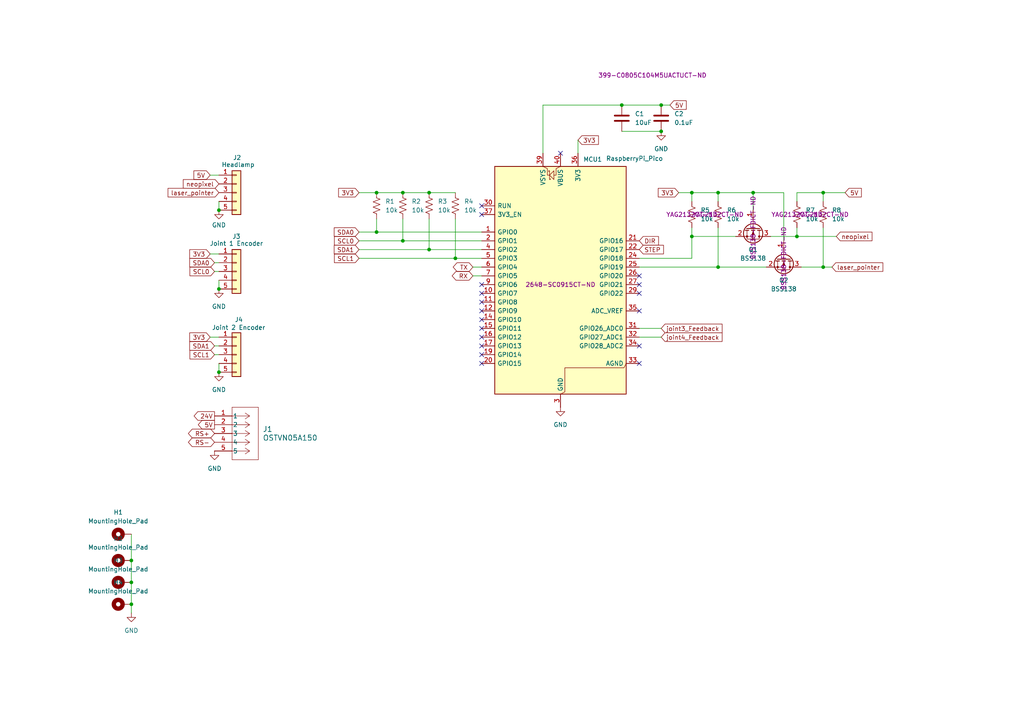
<source format=kicad_sch>
(kicad_sch (version 20250114) (generator "eeschema") (generator_version "9.0")
  (paper "A4")
  (lib_symbols
    (symbol "AlecLib:OSTVN05A150" (pin_names (offset 0.254))
      (property "Reference" "J" (at 8.89 6.35 0))
      (property "Value" "OSTVN05A150" (at 0 0 0))
      (symbol "OSTVN05A150_1_1"
        (polyline (pts (xy 5.08 2.54) (xy 5.08 -12.7)) (stroke (width 0.127)))
        (polyline (pts (xy 5.08 -12.7) (xy 12.7 -12.7)) (stroke (width 0.127)))
        (polyline (pts (xy 10.16 0) (xy 5.08 0)) (stroke (width 0.127)))
        (polyline (pts (xy 10.16 0) (xy 8.89 0.8467)) (stroke (width 0.127)))
        (polyline (pts (xy 10.16 0) (xy 8.89 -0.8467)) (stroke (width 0.127)))
        (polyline (pts (xy 10.16 -2.54) (xy 5.08 -2.54)) (stroke (width 0.127)))
        (polyline (pts (xy 10.16 -2.54) (xy 8.89 -1.6933)) (stroke (width 0.127)))
        (polyline (pts (xy 10.16 -2.54) (xy 8.89 -3.3867)) (stroke (width 0.127)))
        (polyline (pts (xy 10.16 -5.08) (xy 5.08 -5.08)) (stroke (width 0.127)))
        (polyline (pts (xy 10.16 -5.08) (xy 8.89 -4.2333)) (stroke (width 0.127)))
        (polyline (pts (xy 10.16 -5.08) (xy 8.89 -5.9267)) (stroke (width 0.127)))
        (polyline (pts (xy 10.16 -7.62) (xy 5.08 -7.62)) (stroke (width 0.127)))
        (polyline (pts (xy 10.16 -7.62) (xy 8.89 -6.7733)) (stroke (width 0.127)))
        (polyline (pts (xy 10.16 -7.62) (xy 8.89 -8.4667)) (stroke (width 0.127)))
        (polyline (pts (xy 10.16 -10.16) (xy 5.08 -10.16)) (stroke (width 0.127)))
        (polyline (pts (xy 10.16 -10.16) (xy 8.89 -9.3133)) (stroke (width 0.127)))
        (polyline (pts (xy 10.16 -10.16) (xy 8.89 -11.0067)) (stroke (width 0.127)))
        (polyline (pts (xy 12.7 2.54) (xy 5.08 2.54)) (stroke (width 0.127)))
        (polyline (pts (xy 12.7 -12.7) (xy 12.7 2.54)) (stroke (width 0.127)))
        (pin unspecified line (at 0 0 0) (length 5.08) (name "1") (number "1"))
        (pin unspecified line (at 0 -2.54 0) (length 5.08) (name "2") (number "2"))
        (pin unspecified line (at 0 -5.08 0) (length 5.08) (name "3") (number "3"))
        (pin unspecified line (at 0 -7.62 0) (length 5.08) (name "4") (number "4"))
        (pin unspecified line (at 0 -10.16 0) (length 5.08) (name "5") (number "5"))
      )
      (symbol "OSTVN05A150_1_2"
        (polyline (pts (xy 5.08 2.54) (xy 5.08 -12.7)) (stroke (width 0.127)))
        (polyline (pts (xy 5.08 -12.7) (xy 12.7 -12.7)) (stroke (width 0.127)))
        (polyline (pts (xy 7.62 0) (xy 5.08 0)) (stroke (width 0.127)))
        (polyline (pts (xy 7.62 0) (xy 8.89 0.8467)) (stroke (width 0.127)))
        (polyline (pts (xy 7.62 0) (xy 8.89 -0.8467)) (stroke (width 0.127)))
        (polyline (pts (xy 7.62 -2.54) (xy 5.08 -2.54)) (stroke (width 0.127)))
        (polyline (pts (xy 7.62 -2.54) (xy 8.89 -1.6933)) (stroke (width 0.127)))
        (polyline (pts (xy 7.62 -2.54) (xy 8.89 -3.3867)) (stroke (width 0.127)))
        (polyline (pts (xy 7.62 -5.08) (xy 5.08 -5.08)) (stroke (width 0.127)))
        (polyline (pts (xy 7.62 -5.08) (xy 8.89 -4.2333)) (stroke (width 0.127)))
        (polyline (pts (xy 7.62 -5.08) (xy 8.89 -5.9267)) (stroke (width 0.127)))
        (polyline (pts (xy 7.62 -7.62) (xy 5.08 -7.62)) (stroke (width 0.127)))
        (polyline (pts (xy 7.62 -7.62) (xy 8.89 -6.7733)) (stroke (width 0.127)))
        (polyline (pts (xy 7.62 -7.62) (xy 8.89 -8.4667)) (stroke (width 0.127)))
        (polyline (pts (xy 7.62 -10.16) (xy 5.08 -10.16)) (stroke (width 0.127)))
        (polyline (pts (xy 7.62 -10.16) (xy 8.89 -9.3133)) (stroke (width 0.127)))
        (polyline (pts (xy 7.62 -10.16) (xy 8.89 -11.0067)) (stroke (width 0.127)))
        (polyline (pts (xy 12.7 2.54) (xy 5.08 2.54)) (stroke (width 0.127)))
        (polyline (pts (xy 12.7 -12.7) (xy 12.7 2.54)) (stroke (width 0.127)))
        (pin unspecified line (at 0 0 0) (length 5.08) (name "1") (number "1"))
        (pin unspecified line (at 0 -2.54 0) (length 5.08) (name "2") (number "2"))
        (pin unspecified line (at 0 -5.08 0) (length 5.08) (name "3") (number "3"))
        (pin unspecified line (at 0 -7.62 0) (length 5.08) (name "4") (number "4"))
        (pin unspecified line (at 0 -10.16 0) (length 5.08) (name "5") (number "5"))
      )
    )
    (symbol "Connector_Generic:Conn_01x05" (pin_names (offset 1.016) (hide yes))
      (property "Reference" "J" (at 0 7.62 0))
      (property "Value" "Conn_01x05" (at 0 -7.62 0))
      (symbol "Conn_01x05_1_1"
        (rectangle (start -1.27 6.35) (end 1.27 -6.35) (stroke (width 0.254)) (fill (type background)))
        (rectangle (start -1.27 5.207) (end 0 4.953) (stroke (width 0.1524)))
        (rectangle (start -1.27 2.667) (end 0 2.413) (stroke (width 0.1524)))
        (rectangle (start -1.27 0.127) (end 0 -0.127) (stroke (width 0.1524)))
        (rectangle (start -1.27 -2.413) (end 0 -2.667) (stroke (width 0.1524)))
        (rectangle (start -1.27 -4.953) (end 0 -5.207) (stroke (width 0.1524)))
        (pin passive line (at -5.08 5.08 0) (length 3.81) (name "Pin_1") (number "1"))
        (pin passive line (at -5.08 2.54 0) (length 3.81) (name "Pin_2") (number "2"))
        (pin passive line (at -5.08 0 0) (length 3.81) (name "Pin_3") (number "3"))
        (pin passive line (at -5.08 -2.54 0) (length 3.81) (name "Pin_4") (number "4"))
        (pin passive line (at -5.08 -5.08 0) (length 3.81) (name "Pin_5") (number "5"))
      )
    )
    (symbol "Device:C" (pin_numbers (hide yes)) (pin_names (offset 0.254))
      (property "Reference" "C" (at 0.635 2.54 0))
      (property "Value" "C" (at 0.635 -2.54 0))
      (symbol "C_0_1"
        (polyline (pts (xy -2.032 0.762) (xy 2.032 0.762)) (stroke (width 0.508)))
        (polyline (pts (xy -2.032 -0.762) (xy 2.032 -0.762)) (stroke (width 0.508)))
      )
      (symbol "C_1_1"
        (pin passive line (at 0 3.81 270) (length 2.794) (name "~") (number "1"))
        (pin passive line (at 0 -3.81 90) (length 2.794) (name "~") (number "2"))
      )
    )
    (symbol "Device:R_US" (pin_numbers (hide yes)) (pin_names (offset 0))
      (property "Reference" "R" (at 2.54 0 90))
      (property "Value" "R_US" (at -2.54 0 90))
      (symbol "R_US_0_1"
        (polyline (pts (xy 0 2.286) (xy 0 2.54)))
        (polyline (pts (xy 0 2.286) (xy 1.016 1.905) (xy 0 1.524) (xy -1.016 1.143) (xy 0 0.762)))
        (polyline (pts (xy 0 0.762) (xy 1.016 0.381) (xy 0 0) (xy -1.016 -0.381) (xy 0 -0.762)))
        (polyline (pts (xy 0 -0.762) (xy 1.016 -1.143) (xy 0 -1.524) (xy -1.016 -1.905) (xy 0 -2.286)))
        (polyline (pts (xy 0 -2.286) (xy 0 -2.54)))
      )
      (symbol "R_US_1_1"
        (pin passive line (at 0 3.81 270) (length 1.27) (name "~") (number "1"))
        (pin passive line (at 0 -3.81 90) (length 1.27) (name "~") (number "2"))
      )
    )
    (symbol "MCU_Module:RaspberryPi_Pico" (pin_names (offset 0.762))
      (property "Reference" "A" (at -19.05 35.56 0))
      (property "Value" "RaspberryPi_Pico" (at 7.62 35.56 0))
      (symbol "RaspberryPi_Pico_0_1"
        (rectangle (start -19.05 34.29) (end 19.05 -31.75) (stroke (width 0.254)) (fill (type background)))
        (polyline (pts (xy -5.08 34.29) (xy -3.81 33.655) (xy -3.81 31.75) (xy -3.175 31.75)))
        (polyline (pts (xy -3.429 32.766) (xy -3.429 33.02) (xy -3.175 33.02) (xy -3.175 30.48) (xy -2.921 30.48) (xy -2.921 30.734)))
        (polyline (pts (xy -3.175 31.75) (xy -1.905 33.02) (xy -1.905 30.48) (xy -3.175 31.75)))
        (polyline (pts (xy 0 34.29) (xy -1.27 33.655) (xy -1.27 31.75) (xy -1.905 31.75)))
        (polyline (pts (xy 0 -31.75) (xy 1.27 -31.115) (xy 1.27 -24.13) (xy 18.415 -24.13) (xy 19.05 -22.86)))
      )
      (symbol "RaspberryPi_Pico_1_1"
        (pin passive line (at -22.86 22.86 0) (length 3.81) (name "RUN") (number "30"))
        (pin passive line (at -22.86 20.32 0) (length 3.81) (name "3V3_EN") (number "37"))
        (pin bidirectional line (at -22.86 15.24 0) (length 3.81) (name "GPIO0") (number "1"))
        (pin bidirectional line (at -22.86 12.7 0) (length 3.81) (name "GPIO1") (number "2"))
        (pin bidirectional line (at -22.86 10.16 0) (length 3.81) (name "GPIO2") (number "4"))
        (pin bidirectional line (at -22.86 7.62 0) (length 3.81) (name "GPIO3") (number "5"))
        (pin bidirectional line (at -22.86 5.08 0) (length 3.81) (name "GPIO4") (number "6"))
        (pin bidirectional line (at -22.86 2.54 0) (length 3.81) (name "GPIO5") (number "7"))
        (pin bidirectional line (at -22.86 0 0) (length 3.81) (name "GPIO6") (number "9"))
        (pin bidirectional line (at -22.86 -2.54 0) (length 3.81) (name "GPIO7") (number "10"))
        (pin bidirectional line (at -22.86 -5.08 0) (length 3.81) (name "GPIO8") (number "11"))
        (pin bidirectional line (at -22.86 -7.62 0) (length 3.81) (name "GPIO9") (number "12"))
        (pin bidirectional line (at -22.86 -10.16 0) (length 3.81) (name "GPIO10") (number "14"))
        (pin bidirectional line (at -22.86 -12.7 0) (length 3.81) (name "GPIO11") (number "15"))
        (pin bidirectional line (at -22.86 -15.24 0) (length 3.81) (name "GPIO12") (number "16"))
        (pin bidirectional line (at -22.86 -17.78 0) (length 3.81) (name "GPIO13") (number "17"))
        (pin bidirectional line (at -22.86 -20.32 0) (length 3.81) (name "GPIO14") (number "19"))
        (pin bidirectional line (at -22.86 -22.86 0) (length 3.81) (name "GPIO15") (number "20"))
        (pin power_in line (at -5.08 38.1 270) (length 3.81) (name "VSYS") (number "39"))
        (pin power_out line (at 0 38.1 270) (length 3.81) (name "VBUS") (number "40"))
        (pin passive line (at 0 -35.56 90) (length 3.81) (hide yes) (name "GND") (number "13"))
        (pin passive line (at 0 -35.56 90) (length 3.81) (hide yes) (name "GND") (number "18"))
        (pin passive line (at 0 -35.56 90) (length 3.81) (hide yes) (name "GND") (number "23"))
        (pin passive line (at 0 -35.56 90) (length 3.81) (hide yes) (name "GND") (number "28"))
        (pin power_out line (at 0 -35.56 90) (length 3.81) (name "GND") (number "3"))
        (pin passive line (at 0 -35.56 90) (length 3.81) (hide yes) (name "GND") (number "38"))
        (pin passive line (at 0 -35.56 90) (length 3.81) (hide yes) (name "GND") (number "8"))
        (pin power_out line (at 5.08 38.1 270) (length 3.81) (name "3V3") (number "36"))
        (pin bidirectional line (at 22.86 12.7 180) (length 3.81) (name "GPIO16") (number "21"))
        (pin bidirectional line (at 22.86 10.16 180) (length 3.81) (name "GPIO17") (number "22"))
        (pin bidirectional line (at 22.86 7.62 180) (length 3.81) (name "GPIO18") (number "24"))
        (pin bidirectional line (at 22.86 5.08 180) (length 3.81) (name "GPIO19") (number "25"))
        (pin bidirectional line (at 22.86 2.54 180) (length 3.81) (name "GPIO20") (number "26"))
        (pin bidirectional line (at 22.86 0 180) (length 3.81) (name "GPIO21") (number "27"))
        (pin bidirectional line (at 22.86 -2.54 180) (length 3.81) (name "GPIO22") (number "29"))
        (pin power_in line (at 22.86 -7.62 180) (length 3.81) (name "ADC_VREF") (number "35"))
        (pin bidirectional line (at 22.86 -12.7 180) (length 3.81) (name "GPIO26_ADC0") (number "31"))
        (pin bidirectional line (at 22.86 -15.24 180) (length 3.81) (name "GPIO27_ADC1") (number "32"))
        (pin bidirectional line (at 22.86 -17.78 180) (length 3.81) (name "GPIO28_ADC2") (number "34"))
        (pin power_out line (at 22.86 -22.86 180) (length 3.81) (name "AGND") (number "33"))
      )
    )
    (symbol "Mechanical:MountingHole_Pad" (pin_numbers (hide yes)) (pin_names (offset 1.016) (hide yes)) (exclude_from_sim yes) (in_bom no)
      (property "Reference" "H" (at 0 6.35 0))
      (property "Value" "MountingHole_Pad" (at 0 4.445 0))
      (symbol "MountingHole_Pad_0_1"
        (circle (center 0 1.27) (radius 1.27) (stroke (width 1.27)))
      )
      (symbol "MountingHole_Pad_1_1"
        (pin input line (at 0 -2.54 90) (length 2.54) (name "1") (number "1"))
      )
    )
    (symbol "Transistor_FET:BSS138" (pin_names (hide yes))
      (property "Reference" "Q" (at 5.08 1.905 0))
      (property "Value" "BSS138" (at 5.08 0 0))
      (symbol "BSS138_0_1"
        (polyline (pts (xy 0.254 1.905) (xy 0.254 -1.905)) (stroke (width 0.254)))
        (polyline (pts (xy 0.254 0) (xy -2.54 0)))
        (polyline (pts (xy 0.762 2.286) (xy 0.762 1.27)) (stroke (width 0.254)))
        (polyline (pts (xy 0.762 0.508) (xy 0.762 -0.508)) (stroke (width 0.254)))
        (polyline (pts (xy 0.762 -1.27) (xy 0.762 -2.286)) (stroke (width 0.254)))
        (polyline (pts (xy 0.762 -1.778) (xy 3.302 -1.778) (xy 3.302 1.778) (xy 0.762 1.778)))
        (polyline (pts (xy 1.016 0) (xy 2.032 0.381) (xy 2.032 -0.381) (xy 1.016 0)) (fill (type outline)))
        (circle (center 1.651 0) (radius 2.794) (stroke (width 0.254)))
        (polyline (pts (xy 2.54 2.54) (xy 2.54 1.778)))
        (circle (center 2.54 1.778) (radius 0.254) (fill (type outline)))
        (circle (center 2.54 -1.778) (radius 0.254) (fill (type outline)))
        (polyline (pts (xy 2.54 -2.54) (xy 2.54 0) (xy 0.762 0)))
        (polyline (pts (xy 2.794 0.508) (xy 2.921 0.381) (xy 3.683 0.381) (xy 3.81 0.254)))
        (polyline (pts (xy 3.302 0.381) (xy 2.921 -0.254) (xy 3.683 -0.254) (xy 3.302 0.381)))
      )
      (symbol "BSS138_1_1"
        (pin input line (at -5.08 0 0) (length 2.54) (name "G") (number "1"))
        (pin passive line (at 2.54 5.08 270) (length 2.54) (name "D") (number "3"))
        (pin passive line (at 2.54 -5.08 90) (length 2.54) (name "S") (number "2"))
      )
    )
    (symbol "power:GND" (power) (pin_numbers (hide yes)) (pin_names (offset 0) (hide yes))
      (property "Value" "GND" (at 0 -3.81 0))
      (symbol "GND_0_1"
        (polyline (pts (xy 0 0) (xy 0 -1.27) (xy 1.27 -1.27) (xy 0 -2.54) (xy -1.27 -1.27) (xy 0 -1.27)))
      )
      (symbol "GND_1_1"
        (pin power_in line (at 0 0 270) (length 0) (name "~") (number "1"))
      )
    )
  )
  (junction (at 180.34 30.48))
  (junction (at 238.76 55.88))
  (junction (at 132.08 74.93))
  (junction (at 109.22 55.88))
  (junction (at 200.66 55.88))
  (junction (at 238.76 77.47))
  (junction (at 109.22 67.31))
  (junction (at 191.77 30.48))
  (junction (at 218.44 55.88))
  (junction (at 116.84 69.85))
  (junction (at 208.28 77.47))
  (junction (at 208.28 55.88))
  (junction (at 38.1 162.56))
  (junction (at 124.46 72.39))
  (junction (at 116.84 55.88))
  (junction (at 38.1 168.91))
  (junction (at 191.77 38.1))
  (junction (at 63.5 83.82))
  (junction (at 124.46 55.88))
  (junction (at 63.5 60.96))
  (junction (at 231.14 68.58))
  (junction (at 38.1 175.26))
  (junction (at 200.66 68.58))
  (junction (at 63.5 107.95))
  (no_connect (at 139.7 95.25))
  (no_connect (at 139.7 87.63))
  (no_connect (at 185.42 105.41))
  (no_connect (at 185.42 85.09))
  (no_connect (at 139.7 105.41))
  (no_connect (at 139.7 102.87))
  (no_connect (at 139.7 62.23))
  (no_connect (at 139.7 85.09))
  (no_connect (at 185.42 82.55))
  (no_connect (at 185.42 80.01))
  (no_connect (at 139.7 90.17))
  (no_connect (at 139.7 82.55))
  (no_connect (at 162.56 44.45))
  (no_connect (at 139.7 97.79))
  (no_connect (at 139.7 59.69))
  (no_connect (at 139.7 92.71))
  (no_connect (at 185.42 90.17))
  (no_connect (at 139.7 100.33))
  (no_connect (at 185.42 100.33))
  (wire (pts (xy 208.28 55.88) (xy 218.44 55.88)))
  (wire (pts (xy 132.08 74.93) (xy 139.7 74.93)))
  (wire (pts (xy 200.66 74.93) (xy 185.42 74.93)))
  (wire (pts (xy 104.14 72.39) (xy 124.46 72.39)))
  (wire (pts (xy 38.1 175.26) (xy 38.1 168.91)))
  (wire (pts (xy 231.14 66.04) (xy 231.14 68.58)))
  (wire (pts (xy 109.22 67.31) (xy 139.7 67.31)))
  (wire (pts (xy 157.48 30.48) (xy 157.48 44.45)))
  (wire (pts (xy 137.16 77.47) (xy 139.7 77.47)))
  (wire (pts (xy 200.66 68.58) (xy 200.66 74.93)))
  (wire (pts (xy 200.66 55.88) (xy 208.28 55.88)))
  (wire (pts (xy 38.1 162.56) (xy 38.1 154.94)))
  (wire (pts (xy 218.44 55.88) (xy 227.33 55.88)))
  (wire (pts (xy 63.5 73.66) (xy 60.96 73.66)))
  (wire (pts (xy 208.28 77.47) (xy 222.25 77.47)))
  (wire (pts (xy 238.76 55.88) (xy 245.11 55.88)))
  (wire (pts (xy 62.23 100.33) (xy 63.5 100.33)))
  (wire (pts (xy 191.77 97.79) (xy 185.42 97.79)))
  (wire (pts (xy 63.5 83.82) (xy 63.5 81.28)))
  (wire (pts (xy 62.23 102.87) (xy 63.5 102.87)))
  (wire (pts (xy 218.44 55.88) (xy 218.44 60.96)))
  (wire (pts (xy 200.66 55.88) (xy 200.66 58.42)))
  (wire (pts (xy 231.14 68.58) (xy 242.57 68.58)))
  (wire (pts (xy 63.5 58.42) (xy 63.5 60.96)))
  (wire (pts (xy 194.31 30.48) (xy 191.77 30.48)))
  (wire (pts (xy 167.64 40.64) (xy 167.64 44.45)))
  (wire (pts (xy 238.76 77.47) (xy 232.41 77.47)))
  (wire (pts (xy 180.34 38.1) (xy 191.77 38.1)))
  (wire (pts (xy 238.76 77.47) (xy 241.3 77.47)))
  (wire (pts (xy 104.14 67.31) (xy 109.22 67.31)))
  (wire (pts (xy 109.22 55.88) (xy 116.84 55.88)))
  (wire (pts (xy 38.1 177.8) (xy 38.1 175.26)))
  (wire (pts (xy 124.46 63.5) (xy 124.46 72.39)))
  (wire (pts (xy 208.28 66.04) (xy 208.28 77.47)))
  (wire (pts (xy 109.22 63.5) (xy 109.22 67.31)))
  (wire (pts (xy 124.46 55.88) (xy 132.08 55.88)))
  (wire (pts (xy 238.76 55.88) (xy 231.14 55.88)))
  (wire (pts (xy 60.96 97.79) (xy 63.5 97.79)))
  (wire (pts (xy 200.66 68.58) (xy 213.36 68.58)))
  (wire (pts (xy 185.42 77.47) (xy 208.28 77.47)))
  (wire (pts (xy 63.5 105.41) (xy 63.5 107.95)))
  (wire (pts (xy 227.33 69.85) (xy 227.33 55.88)))
  (wire (pts (xy 208.28 55.88) (xy 208.28 58.42)))
  (wire (pts (xy 124.46 72.39) (xy 139.7 72.39)))
  (wire (pts (xy 116.84 55.88) (xy 124.46 55.88)))
  (wire (pts (xy 63.5 76.2) (xy 62.23 76.2)))
  (wire (pts (xy 63.5 78.74) (xy 62.23 78.74)))
  (wire (pts (xy 200.66 66.04) (xy 200.66 68.58)))
  (wire (pts (xy 104.14 69.85) (xy 116.84 69.85)))
  (wire (pts (xy 116.84 69.85) (xy 139.7 69.85)))
  (wire (pts (xy 104.14 55.88) (xy 109.22 55.88)))
  (wire (pts (xy 238.76 55.88) (xy 238.76 58.42)))
  (wire (pts (xy 116.84 63.5) (xy 116.84 69.85)))
  (wire (pts (xy 132.08 63.5) (xy 132.08 74.93)))
  (wire (pts (xy 191.77 30.48) (xy 180.34 30.48)))
  (wire (pts (xy 137.16 80.01) (xy 139.7 80.01)))
  (wire (pts (xy 196.85 55.88) (xy 200.66 55.88)))
  (wire (pts (xy 238.76 66.04) (xy 238.76 77.47)))
  (wire (pts (xy 231.14 68.58) (xy 223.52 68.58)))
  (wire (pts (xy 231.14 55.88) (xy 231.14 58.42)))
  (wire (pts (xy 104.14 74.93) (xy 132.08 74.93)))
  (wire (pts (xy 157.48 30.48) (xy 180.34 30.48)))
  (wire (pts (xy 38.1 168.91) (xy 38.1 162.56)))
  (wire (pts (xy 60.96 50.8) (xy 63.5 50.8)))
  (wire (pts (xy 191.77 95.25) (xy 185.42 95.25)))
  (global_label "joint3_Feedback" (shape input) (at 191.77 95.25 0) (property "Intersheetrefs" "${INTERSHEET_REFS}" (effects (hide yes))))
  (global_label "SDA1" (shape input) (at 62.23 100.33 180) (property "Intersheetrefs" "${INTERSHEET_REFS}" (effects (hide yes))))
  (global_label "5V" (shape input) (at 194.31 30.48 0) (property "Intersheetrefs" "${INTERSHEET_REFS}" (effects (hide yes))))
  (global_label "5V" (shape input) (at 60.96 50.8 180) (property "Intersheetrefs" "${INTERSHEET_REFS}" (effects (hide yes))))
  (global_label "5V" (shape input) (at 245.11 55.88 0) (property "Intersheetrefs" "${INTERSHEET_REFS}" (effects (hide yes))))
  (global_label "DIR" (shape input) (at 185.42 69.85 0) (property "Intersheetrefs" "${INTERSHEET_REFS}" (effects (hide yes))))
  (global_label "SCL0" (shape input) (at 62.23 78.74 180) (property "Intersheetrefs" "${INTERSHEET_REFS}" (effects (hide yes))))
  (global_label "3V3" (shape input) (at 60.96 97.79 180) (property "Intersheetrefs" "${INTERSHEET_REFS}" (effects (hide yes))))
  (global_label "3V3" (shape input) (at 196.85 55.88 180) (property "Intersheetrefs" "${INTERSHEET_REFS}" (effects (hide yes))))
  (global_label "24V" (shape output) (at 62.23 120.65 180) (property "Intersheetrefs" "${INTERSHEET_REFS}" (effects (hide yes))))
  (global_label "neopixel" (shape input) (at 63.5 53.34 180) (property "Intersheetrefs" "${INTERSHEET_REFS}" (effects (hide yes))))
  (global_label "5V" (shape output) (at 62.23 123.19 180) (property "Intersheetrefs" "${INTERSHEET_REFS}" (effects (hide yes))))
  (global_label "TX" (shape bidirectional) (at 137.16 77.47 180) (property "Intersheetrefs" "${INTERSHEET_REFS}" (effects (hide yes))))
  (global_label "RS+" (shape bidirectional) (at 62.23 125.73 180) (property "Intersheetrefs" "${INTERSHEET_REFS}" (effects (hide yes))))
  (global_label "3V3" (shape input) (at 60.96 73.66 180) (property "Intersheetrefs" "${INTERSHEET_REFS}" (effects (hide yes))))
  (global_label "laser_pointer" (shape input) (at 63.5 55.88 180) (property "Intersheetrefs" "${INTERSHEET_REFS}" (effects (hide yes))))
  (global_label "RS-" (shape bidirectional) (at 62.23 128.27 180) (property "Intersheetrefs" "${INTERSHEET_REFS}" (effects (hide yes))))
  (global_label "SCL1" (shape input) (at 104.14 74.93 180) (property "Intersheetrefs" "${INTERSHEET_REFS}" (effects (hide yes))))
  (global_label "joint4_Feedback" (shape input) (at 191.77 97.79 0) (property "Intersheetrefs" "${INTERSHEET_REFS}" (effects (hide yes))))
  (global_label "RX" (shape bidirectional) (at 137.16 80.01 180) (property "Intersheetrefs" "${INTERSHEET_REFS}" (effects (hide yes))))
  (global_label "SDA1" (shape input) (at 104.14 72.39 180) (property "Intersheetrefs" "${INTERSHEET_REFS}" (effects (hide yes))))
  (global_label "laser_pointer" (shape input) (at 241.3 77.47 0) (property "Intersheetrefs" "${INTERSHEET_REFS}" (effects (hide yes))))
  (global_label "SCL1" (shape input) (at 62.23 102.87 180) (property "Intersheetrefs" "${INTERSHEET_REFS}" (effects (hide yes))))
  (global_label "SDA0" (shape input) (at 62.23 76.2 180) (property "Intersheetrefs" "${INTERSHEET_REFS}" (effects (hide yes))))
  (global_label "neopixel" (shape input) (at 242.57 68.58 0) (property "Intersheetrefs" "${INTERSHEET_REFS}" (effects (hide yes))))
  (global_label "3V3" (shape input) (at 104.14 55.88 180) (property "Intersheetrefs" "${INTERSHEET_REFS}" (effects (hide yes))))
  (global_label "3V3" (shape input) (at 167.64 40.64 0) (property "Intersheetrefs" "${INTERSHEET_REFS}" (effects (hide yes))))
  (global_label "STEP" (shape input) (at 185.42 72.39 0) (property "Intersheetrefs" "${INTERSHEET_REFS}" (effects (hide yes))))
  (global_label "SDA0" (shape input) (at 104.14 67.31 180) (property "Intersheetrefs" "${INTERSHEET_REFS}" (effects (hide yes))))
  (global_label "SCL0" (shape input) (at 104.14 69.85 180) (property "Intersheetrefs" "${INTERSHEET_REFS}" (effects (hide yes))))
  (symbol (lib_id "Device:R_US") (at 132.08 59.69 0) (unit 1)
    (property "Reference" "R4" (at 134.62 58.4199 0) (effects (justify left)))
    (property "Value" "10k" (at 134.62 60.9599 0) (effects (justify left)))
    (property "Footprint" "Resistor_SMD:R_0805_2012Metric" (effects (hide yes)))
    (property "Description" "Resistor, US symbol" (effects (hide yes)))
    (property "Digikey Part Number" "YAG2132CT-ND" (effects (hide yes)))
  )
  (symbol (lib_id "Device:R_US") (at 124.46 59.69 0) (unit 1)
    (property "Reference" "R3" (at 127 58.4199 0) (effects (justify left)))
    (property "Value" "10k" (at 127 60.9599 0) (effects (justify left)))
    (property "Footprint" "Resistor_SMD:R_0805_2012Metric" (effects (hide yes)))
    (property "Description" "Resistor, US symbol" (effects (hide yes)))
    (property "Digikey Part Number" "YAG2132CT-ND" (effects (hide yes)))
  )
  (symbol (lib_id "power:GND") (at 63.5 60.96 0) (unit 1)
    (property "Reference" "#PWR03" (effects (hide yes)))
    (property "Value" "GND" (at 63.5 65.278 0))
    (property "Description" "Power symbol creates a global label with name \"GND\" , ground" (effects (hide yes)))
  )
  (symbol (lib_id "Mechanical:MountingHole_Pad") (at 35.56 175.26 90) (unit 1) (exclude_from_sim yes) (in_bom no)
    (property "Reference" "H4" (at 34.29 168.91 90))
    (property "Value" "MountingHole_Pad" (at 34.29 171.45 90))
    (property "Footprint" "MountingHole:MountingHole_3.2mm_M3_DIN965_Pad_TopBottom" (effects (hide yes)))
    (property "Description" "Mounting Hole with connection" (effects (hide yes)))
  )
  (symbol (lib_id "power:GND") (at 63.5 83.82 0) (unit 1)
    (property "Reference" "#PWR04" (effects (hide yes)))
    (property "Value" "GND" (at 63.5 88.9 0))
    (property "Description" "Power symbol creates a global label with name \"GND\" , ground" (effects (hide yes)))
  )
  (symbol (lib_id "MCU_Module:RaspberryPi_Pico") (at 162.56 82.55 0) (unit 1)
    (property "Reference" "MCU1" (at 169.164 46.228 0) (effects (justify left)))
    (property "Value" "RaspberryPi_Pico" (at 175.768 45.974 0) (effects (justify left)))
    (property "Footprint" "Module:RaspberryPi_Pico_Common_Unspecified" (effects (hide yes)))
    (property "Datasheet" "https://datasheets.raspberrypi.com/pico/pico-datasheet.pdf" (effects (hide yes)))
    (property "Description" "Versatile and inexpensive microcontroller module powered by RP2040 dual-core Arm Cortex-M0+ processor up to 133 MHz, 264kB SRAM, 2MB QSPI flash; also supports Raspberry Pi Pico 2" (effects (hide yes)))
    (property "Digikey Part Number" "2648-SC0915CT-ND" (at 162.56 82.55 0))
  )
  (symbol (lib_id "Device:R_US") (at 116.84 59.69 0) (unit 1)
    (property "Reference" "R2" (at 119.38 58.4199 0) (effects (justify left)))
    (property "Value" "10k" (at 119.38 60.9599 0) (effects (justify left)))
    (property "Footprint" "Resistor_SMD:R_0805_2012Metric" (effects (hide yes)))
    (property "Description" "Resistor, US symbol" (effects (hide yes)))
    (property "Digikey Part Number" "YAG2132CT-ND" (effects (hide yes)))
  )
  (symbol (lib_id "power:GND") (at 38.1 177.8 0) (unit 1)
    (property "Reference" "#PWR01" (effects (hide yes)))
    (property "Value" "GND" (at 38.1 182.88 0))
    (property "Description" "Power symbol creates a global label with name \"GND\" , ground" (effects (hide yes)))
  )
  (symbol (lib_id "Device:R_US") (at 231.14 62.23 0) (unit 1)
    (property "Reference" "R7" (at 233.68 60.9599 0) (effects (justify left)))
    (property "Value" "10k" (at 233.68 63.4999 0) (effects (justify left)))
    (property "Footprint" "Resistor_SMD:R_0805_2012Metric" (effects (hide yes)))
    (property "Description" "Resistor, US symbol" (effects (hide yes)))
    (property "Digikey Part Number" "YAG2132CT-ND" (at 231.14 62.23 0))
  )
  (symbol (lib_id "Device:R_US") (at 200.66 62.23 0) (unit 1)
    (property "Reference" "R5" (at 203.2 60.9599 0) (effects (justify left)))
    (property "Value" "10k" (at 203.2 63.4999 0) (effects (justify left)))
    (property "Footprint" "Resistor_SMD:R_0805_2012Metric" (effects (hide yes)))
    (property "Description" "Resistor, US symbol" (effects (hide yes)))
    (property "Digikey Part Number" "YAG2132CT-ND" (at 200.66 62.23 0))
  )
  (symbol (lib_id "Device:R_US") (at 238.76 62.23 0) (unit 1)
    (property "Reference" "R8" (at 241.3 60.9599 0) (effects (justify left)))
    (property "Value" "10k" (at 241.3 63.4999 0) (effects (justify left)))
    (property "Footprint" "Resistor_SMD:R_0805_2012Metric" (effects (hide yes)))
    (property "Description" "Resistor, US symbol" (effects (hide yes)))
    (property "Digikey Part Number" "YAG2132CT-ND" (at 238.76 62.23 0))
  )
  (symbol (lib_id "Transistor_FET:BSS138") (at 218.44 66.04 270) (unit 1)
    (property "Reference" "Q1" (at 218.44 72.39 90))
    (property "Value" "BSS138" (at 218.44 74.93 90))
    (property "Footprint" "Package_TO_SOT_SMD:SOT-23-3" (effects (hide yes)))
    (property "Datasheet" "https://www.onsemi.com/pub/Collateral/BSS138-D.PDF" (effects (hide yes)))
    (property "Description" "50V Vds, 0.22A Id, N-Channel MOSFET, SOT-23" (effects (hide yes)))
    (property "Digikey Part Number" "BSS138-FDICT-ND" (at 218.44 66.04 0))
  )
  (symbol (lib_id "power:GND") (at 63.5 107.95 0) (unit 1)
    (property "Reference" "#PWR05" (effects (hide yes)))
    (property "Value" "GND" (at 63.5 113.03 0))
    (property "Description" "Power symbol creates a global label with name \"GND\" , ground" (effects (hide yes)))
  )
  (symbol (lib_id "Device:C") (at 180.34 34.29 0) (unit 1)
    (property "Reference" "C1" (at 184.15 33.0199 0) (effects (justify left)))
    (property "Value" "10uF" (at 184.15 35.5599 0) (effects (justify left)))
    (property "Footprint" "Capacitor_SMD:C_0805_2012Metric" (effects (hide yes)))
    (property "Description" "Unpolarized capacitor" (effects (hide yes)))
    (property "Digikey Part Number" "399-C0805C106K4PACTUCT-ND" (effects (hide yes)))
  )
  (symbol (lib_id "Mechanical:MountingHole_Pad") (at 35.56 162.56 90) (unit 1) (exclude_from_sim yes) (in_bom no)
    (property "Reference" "H2" (at 34.29 156.21 90))
    (property "Value" "MountingHole_Pad" (at 34.29 158.75 90))
    (property "Footprint" "MountingHole:MountingHole_3.2mm_M3_DIN965_Pad_TopBottom" (effects (hide yes)))
    (property "Description" "Mounting Hole with connection" (effects (hide yes)))
  )
  (symbol (lib_id "AlecLib:OSTVN05A150") (at 62.23 120.65 0) (unit 1)
    (property "Reference" "J1" (at 76.2 124.4599 0) (effects (font (size 1.524 1.524)) (justify left)))
    (property "Value" "OSTVN05A150" (at 76.2 126.9999 0) (effects (font (size 1.524 1.524)) (justify left)))
    (property "Footprint" "Alec_lib:CONN5_516x256_OST" (effects (hide yes)))
    (property "Datasheet" "OSTVN05A150" (effects (hide yes)))
    (property "Link" "https://www.digikey.com/en/products/detail/on-shore-technology-inc/OSTVN05A150/1588865" (effects (hide yes)))
    (property "Digikey Part Number" "ED10564-ND" (effects (hide yes)))
  )
  (symbol (lib_id "Device:R_US") (at 208.28 62.23 0) (unit 1)
    (property "Reference" "R6" (at 210.82 60.9599 0) (effects (justify left)))
    (property "Value" "10k" (at 210.82 63.4999 0) (effects (justify left)))
    (property "Footprint" "Resistor_SMD:R_0805_2012Metric" (effects (hide yes)))
    (property "Description" "Resistor, US symbol" (effects (hide yes)))
    (property "Digikey Part Number" "YAG2132CT-ND" (at 208.28 62.23 0))
  )
  (symbol (lib_id "Connector_Generic:Conn_01x05") (at 68.58 55.88 0) (unit 1)
    (property "Reference" "J2" (at 67.564 45.72 0) (effects (justify left)))
    (property "Value" "Headlamp" (at 64.262 47.752 0) (effects (justify left)))
    (property "Footprint" "Connector_PinSocket_2.54mm:PinSocket_1x05_P2.54mm_Vertical" (effects (hide yes)))
    (property "Description" "Generic connector, single row, 01x05, script generated (kicad-library-utils/schlib/autogen/connector/)" (effects (hide yes)))
  )
  (symbol (lib_id "power:GND") (at 162.56 118.11 0) (unit 1)
    (property "Reference" "#PWR06" (effects (hide yes)))
    (property "Value" "GND" (at 162.56 123.19 0))
    (property "Description" "Power symbol creates a global label with name \"GND\" , ground" (effects (hide yes)))
  )
  (symbol (lib_id "power:GND") (at 191.77 38.1 0) (unit 1)
    (property "Reference" "#PWR07" (effects (hide yes)))
    (property "Value" "GND" (at 191.77 43.18 0))
    (property "Description" "Power symbol creates a global label with name \"GND\" , ground" (effects (hide yes)))
  )
  (symbol (lib_id "Transistor_FET:BSS138") (at 227.33 74.93 270) (unit 1)
    (property "Reference" "Q2" (at 227.33 81.28 90))
    (property "Value" "BSS138" (at 227.33 83.82 90))
    (property "Footprint" "Package_TO_SOT_SMD:SOT-23-3" (effects (hide yes)))
    (property "Datasheet" "https://www.onsemi.com/pub/Collateral/BSS138-D.PDF" (effects (hide yes)))
    (property "Description" "50V Vds, 0.22A Id, N-Channel MOSFET, SOT-23" (effects (hide yes)))
    (property "Digikey Part Number" "BSS138-FDICT-ND" (at 227.33 74.93 0))
  )
  (symbol (lib_id "Connector_Generic:Conn_01x05") (at 68.58 102.87 0) (unit 1)
    (property "Reference" "J4" (at 68.072 92.71 0) (effects (justify left)))
    (property "Value" "Joint 2 Encoder" (at 61.468 94.996 0) (effects (justify left)))
    (property "Footprint" "Connector_PinSocket_2.54mm:PinSocket_1x05_P2.54mm_Vertical" (effects (hide yes)))
    (property "Description" "Generic connector, single row, 01x05, script generated (kicad-library-utils/schlib/autogen/connector/)" (effects (hide yes)))
  )
  (symbol (lib_id "Mechanical:MountingHole_Pad") (at 35.56 168.91 90) (unit 1) (exclude_from_sim yes) (in_bom no)
    (property "Reference" "H3" (at 34.29 162.56 90))
    (property "Value" "MountingHole_Pad" (at 34.29 165.1 90))
    (property "Footprint" "MountingHole:MountingHole_3.2mm_M3_DIN965_Pad_TopBottom" (effects (hide yes)))
    (property "Description" "Mounting Hole with connection" (effects (hide yes)))
  )
  (symbol (lib_id "Device:C") (at 191.77 34.29 0) (unit 1)
    (property "Reference" "C2" (at 195.58 33.0199 0) (effects (justify left)))
    (property "Value" "0.1uF" (at 195.58 35.5599 0) (effects (justify left)))
    (property "Footprint" "Capacitor_SMD:C_0805_2012Metric" (effects (hide yes)))
    (property "Description" "Unpolarized capacitor" (effects (hide yes)))
    (property "Digikey Part Number" "399-C0805C104M5UACTUCT-ND" (at 189.23 21.844 0))
  )
  (symbol (lib_id "Device:R_US") (at 109.22 59.69 0) (unit 1)
    (property "Reference" "R1" (at 111.76 58.4199 0) (effects (justify left)))
    (property "Value" "10k" (at 111.76 60.9599 0) (effects (justify left)))
    (property "Footprint" "Resistor_SMD:R_0805_2012Metric" (effects (hide yes)))
    (property "Description" "Resistor, US symbol" (effects (hide yes)))
    (property "Digikey Part Number" "YAG2132CT-ND" (effects (hide yes)))
  )
  (symbol (lib_id "Connector_Generic:Conn_01x05") (at 68.58 78.74 0) (unit 1)
    (property "Reference" "J3" (at 68.58 68.58 0))
    (property "Value" "Joint 1 Encoder" (at 68.58 70.612 0))
    (property "Footprint" "Connector_PinSocket_2.54mm:PinSocket_1x05_P2.54mm_Vertical" (effects (hide yes)))
    (property "Description" "Generic connector, single row, 01x05, script generated (kicad-library-utils/schlib/autogen/connector/)" (effects (hide yes)))
  )
  (symbol (lib_id "Mechanical:MountingHole_Pad") (at 35.56 154.94 90) (unit 1) (exclude_from_sim yes) (in_bom no)
    (property "Reference" "H1" (at 34.29 148.59 90))
    (property "Value" "MountingHole_Pad" (at 34.29 151.13 90))
    (property "Footprint" "MountingHole:MountingHole_3.2mm_M3_DIN965_Pad_TopBottom" (effects (hide yes)))
    (property "Description" "Mounting Hole with connection" (effects (hide yes)))
  )
  (symbol (lib_id "power:GND") (at 62.23 130.81 0) (unit 1)
    (property "Reference" "#PWR02" (effects (hide yes)))
    (property "Value" "GND" (at 62.23 135.89 0))
    (property "Description" "Power symbol creates a global label with name \"GND\" , ground" (effects (hide yes)))
  )
  (sheet (at 2.54 254) (size 297.18 134.62) (stroke (width 0.1524))
    (property "Sheetname" "MAX485" (at 2.54 253.2884 0) (effects (justify left bottom)))
    (property "Sheetfile" "MAX485.kicad_sch" (at 2.54 389.2046 0) (effects (justify left top)))
  )
  (sheet (at 491.49 73.66) (size 119.38 194.31) (stroke (width 0.1524))
    (property "Sheetname" "A4988" (at 491.49 72.9484 0) (effects (justify left bottom)))
    (property "Sheetfile" "A4988.kicad_sch" (at 491.49 268.5546 0) (effects (justify left top)))
  )
  (sheet (at 3.81 421.64) (size 295.91 185.42) (stroke (width 0.1524))
    (property "Sheetname" "PCA9685" (at 3.81 420.9284 0) (effects (justify left bottom)))
    (property "Sheetfile" "PCA9685.kicad_sch" (at 3.81 607.6446 0) (effects (justify left top)))
  )
)
</source>
